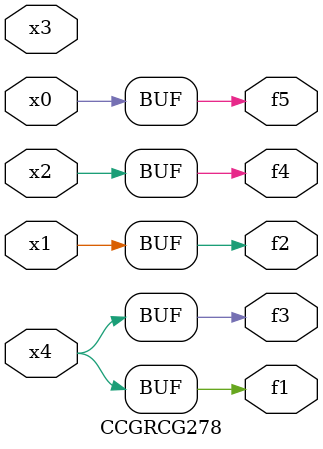
<source format=v>
module CCGRCG278(
	input x0, x1, x2, x3, x4,
	output f1, f2, f3, f4, f5
);
	assign f1 = x4;
	assign f2 = x1;
	assign f3 = x4;
	assign f4 = x2;
	assign f5 = x0;
endmodule

</source>
